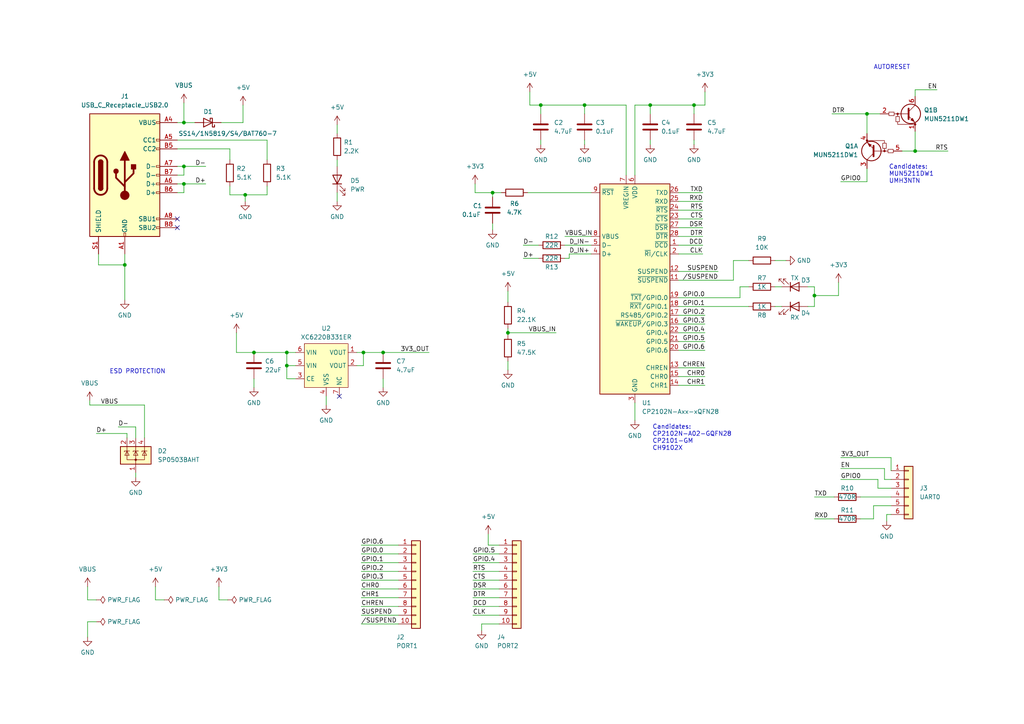
<source format=kicad_sch>
(kicad_sch (version 20250114) (generator "eeschema") (generator_version "9.0")
  (paper "A4")
  (title_block (title "USBtoUART") (date "23-07-2025") (rev "v1.0") (company "@paclema") (comment 1 "Pablo Clemente Maseda") (comment 2 "github.com/paclema/USBtoUART"))
  (lib_symbols
    (symbol "Connector:USB_C_Receptacle_USB2.0" (pin_names (offset 1.016))
      (property "Reference" "J" (at -10.16 19.05 0))
      (property "Value" "USB_C_Receptacle_USB2.0" (at 19.05 19.05 0))
      (symbol "USB_C_Receptacle_USB2.0_0_0"
        (rectangle (start -0.254 -17.78) (end 0.254 -16.764))
        (rectangle (start 10.16 15.494) (end 9.144 14.986))
        (rectangle (start 10.16 10.414) (end 9.144 9.906))
        (rectangle (start 10.16 7.874) (end 9.144 7.366))
        (rectangle (start 10.16 2.794) (end 9.144 2.286))
        (rectangle (start 10.16 0.254) (end 9.144 -0.254))
        (rectangle (start 10.16 -2.286) (end 9.144 -2.794))
        (rectangle (start 10.16 -4.826) (end 9.144 -5.334))
        (rectangle (start 10.16 -12.446) (end 9.144 -12.954))
        (rectangle (start 10.16 -14.986) (end 9.144 -15.494))
      )
      (symbol "USB_C_Receptacle_USB2.0_0_1"
        (rectangle (start -10.16 17.78) (end 10.16 -17.78) (stroke (width 0.254)) (fill (type background)))
        (polyline (pts (xy -8.89 -3.81) (xy -8.89 3.81)) (stroke (width 0.508)))
        (rectangle (start -7.62 -3.81) (end -6.35 3.81) (stroke (width 0.254)) (fill (type outline)))
        (arc (start -7.62 3.81) (mid -6.985 4.4422) (end -6.35 3.81) (stroke (width 0.254)))
        (arc (start -7.62 3.81) (mid -6.985 4.4422) (end -6.35 3.81) (stroke (width 0.254)) (fill (type outline)))
        (arc (start -8.89 3.81) (mid -6.985 5.7066) (end -5.08 3.81) (stroke (width 0.508)))
        (arc (start -5.08 -3.81) (mid -6.985 -5.7066) (end -8.89 -3.81) (stroke (width 0.508)))
        (arc (start -6.35 -3.81) (mid -6.985 -4.4422) (end -7.62 -3.81) (stroke (width 0.254)))
        (arc (start -6.35 -3.81) (mid -6.985 -4.4422) (end -7.62 -3.81) (stroke (width 0.254)) (fill (type outline)))
        (polyline (pts (xy -5.08 3.81) (xy -5.08 -3.81)) (stroke (width 0.508)))
        (circle (center -2.54 1.143) (radius 0.635) (stroke (width 0.254)) (fill (type outline)))
        (polyline (pts (xy -1.27 4.318) (xy 0 6.858) (xy 1.27 4.318) (xy -1.27 4.318)) (stroke (width 0.254)) (fill (type outline)))
        (polyline (pts (xy 0 -2.032) (xy 2.54 0.508) (xy 2.54 1.778)) (stroke (width 0.508)))
        (polyline (pts (xy 0 -3.302) (xy -2.54 -0.762) (xy -2.54 0.508)) (stroke (width 0.508)))
        (polyline (pts (xy 0 -5.842) (xy 0 4.318)) (stroke (width 0.508)))
        (circle (center 0 -5.842) (radius 1.27) (fill (type outline)))
        (rectangle (start 1.905 1.778) (end 3.175 3.048) (stroke (width 0.254)) (fill (type outline)))
      )
      (symbol "USB_C_Receptacle_USB2.0_1_1"
        (pin passive line (at -7.62 -22.86 90) (length 5.08) (name "SHIELD") (number "S1"))
        (pin passive line (at 0 -22.86 90) (length 5.08) (name "GND") (number "A1"))
        (pin passive line (at 0 -22.86 90) (length 5.08) (hide yes) (name "GND") (number "A12"))
        (pin passive line (at 0 -22.86 90) (length 5.08) (hide yes) (name "GND") (number "B1"))
        (pin passive line (at 0 -22.86 90) (length 5.08) (hide yes) (name "GND") (number "B12"))
        (pin passive line (at 15.24 15.24 180) (length 5.08) (name "VBUS") (number "A4"))
        (pin passive line (at 15.24 15.24 180) (length 5.08) (hide yes) (name "VBUS") (number "A9"))
        (pin passive line (at 15.24 15.24 180) (length 5.08) (hide yes) (name "VBUS") (number "B4"))
        (pin passive line (at 15.24 15.24 180) (length 5.08) (hide yes) (name "VBUS") (number "B9"))
        (pin bidirectional line (at 15.24 10.16 180) (length 5.08) (name "CC1") (number "A5"))
        (pin bidirectional line (at 15.24 7.62 180) (length 5.08) (name "CC2") (number "B5"))
        (pin bidirectional line (at 15.24 2.54 180) (length 5.08) (name "D-") (number "A7"))
        (pin bidirectional line (at 15.24 0 180) (length 5.08) (name "D-") (number "B7"))
        (pin bidirectional line (at 15.24 -2.54 180) (length 5.08) (name "D+") (number "A6"))
        (pin bidirectional line (at 15.24 -5.08 180) (length 5.08) (name "D+") (number "B6"))
        (pin bidirectional line (at 15.24 -12.7 180) (length 5.08) (name "SBU1") (number "A8"))
        (pin bidirectional line (at 15.24 -15.24 180) (length 5.08) (name "SBU2") (number "B8"))
      )
    )
    (symbol "Connector_Generic:Conn_01x06" (pin_names (offset 1.016) (hide yes))
      (property "Reference" "J" (at 0 7.62 0))
      (property "Value" "Conn_01x06" (at 0 -10.16 0))
      (symbol "Conn_01x06_1_1"
        (rectangle (start -1.27 6.35) (end 1.27 -8.89) (stroke (width 0.254)) (fill (type background)))
        (rectangle (start -1.27 5.207) (end 0 4.953) (stroke (width 0.1524)))
        (rectangle (start -1.27 2.667) (end 0 2.413) (stroke (width 0.1524)))
        (rectangle (start -1.27 0.127) (end 0 -0.127) (stroke (width 0.1524)))
        (rectangle (start -1.27 -2.413) (end 0 -2.667) (stroke (width 0.1524)))
        (rectangle (start -1.27 -4.953) (end 0 -5.207) (stroke (width 0.1524)))
        (rectangle (start -1.27 -7.493) (end 0 -7.747) (stroke (width 0.1524)))
        (pin passive line (at -5.08 5.08 0) (length 3.81) (name "Pin_1") (number "1"))
        (pin passive line (at -5.08 2.54 0) (length 3.81) (name "Pin_2") (number "2"))
        (pin passive line (at -5.08 0 0) (length 3.81) (name "Pin_3") (number "3"))
        (pin passive line (at -5.08 -2.54 0) (length 3.81) (name "Pin_4") (number "4"))
        (pin passive line (at -5.08 -5.08 0) (length 3.81) (name "Pin_5") (number "5"))
        (pin passive line (at -5.08 -7.62 0) (length 3.81) (name "Pin_6") (number "6"))
      )
    )
    (symbol "Connector_Generic:Conn_01x10" (pin_names (offset 1.016) (hide yes))
      (property "Reference" "J" (at 0 12.7 0))
      (property "Value" "Conn_01x10" (at 0 -15.24 0))
      (symbol "Conn_01x10_1_1"
        (rectangle (start -1.27 11.43) (end 1.27 -13.97) (stroke (width 0.254)) (fill (type background)))
        (rectangle (start -1.27 10.287) (end 0 10.033) (stroke (width 0.1524)))
        (rectangle (start -1.27 7.747) (end 0 7.493) (stroke (width 0.1524)))
        (rectangle (start -1.27 5.207) (end 0 4.953) (stroke (width 0.1524)))
        (rectangle (start -1.27 2.667) (end 0 2.413) (stroke (width 0.1524)))
        (rectangle (start -1.27 0.127) (end 0 -0.127) (stroke (width 0.1524)))
        (rectangle (start -1.27 -2.413) (end 0 -2.667) (stroke (width 0.1524)))
        (rectangle (start -1.27 -4.953) (end 0 -5.207) (stroke (width 0.1524)))
        (rectangle (start -1.27 -7.493) (end 0 -7.747) (stroke (width 0.1524)))
        (rectangle (start -1.27 -10.033) (end 0 -10.287) (stroke (width 0.1524)))
        (rectangle (start -1.27 -12.573) (end 0 -12.827) (stroke (width 0.1524)))
        (pin passive line (at -5.08 10.16 0) (length 3.81) (name "Pin_1") (number "1"))
        (pin passive line (at -5.08 7.62 0) (length 3.81) (name "Pin_2") (number "2"))
        (pin passive line (at -5.08 5.08 0) (length 3.81) (name "Pin_3") (number "3"))
        (pin passive line (at -5.08 2.54 0) (length 3.81) (name "Pin_4") (number "4"))
        (pin passive line (at -5.08 0 0) (length 3.81) (name "Pin_5") (number "5"))
        (pin passive line (at -5.08 -2.54 0) (length 3.81) (name "Pin_6") (number "6"))
        (pin passive line (at -5.08 -5.08 0) (length 3.81) (name "Pin_7") (number "7"))
        (pin passive line (at -5.08 -7.62 0) (length 3.81) (name "Pin_8") (number "8"))
        (pin passive line (at -5.08 -10.16 0) (length 3.81) (name "Pin_9") (number "9"))
        (pin passive line (at -5.08 -12.7 0) (length 3.81) (name "Pin_10") (number "10"))
      )
    )
    (symbol "Device:C" (pin_numbers (hide yes)) (pin_names (offset 0.254))
      (property "Reference" "C" (at 0.635 2.54 0))
      (property "Value" "C" (at 0.635 -2.54 0))
      (symbol "C_0_1"
        (polyline (pts (xy -2.032 0.762) (xy 2.032 0.762)) (stroke (width 0.508)))
        (polyline (pts (xy -2.032 -0.762) (xy 2.032 -0.762)) (stroke (width 0.508)))
      )
      (symbol "C_1_1"
        (pin passive line (at 0 3.81 270) (length 2.794) (name "~") (number "1"))
        (pin passive line (at 0 -3.81 90) (length 2.794) (name "~") (number "2"))
      )
    )
    (symbol "Device:LED" (pin_numbers (hide yes)) (pin_names (offset 1.016) (hide yes))
      (property "Reference" "D" (at 0 2.54 0))
      (property "Value" "LED" (at 0 -2.54 0))
      (symbol "LED_0_1"
        (polyline (pts (xy -3.048 -0.762) (xy -4.572 -2.286) (xy -3.81 -2.286) (xy -4.572 -2.286) (xy -4.572 -1.524)))
        (polyline (pts (xy -1.778 -0.762) (xy -3.302 -2.286) (xy -2.54 -2.286) (xy -3.302 -2.286) (xy -3.302 -1.524)))
        (polyline (pts (xy -1.27 0) (xy 1.27 0)))
        (polyline (pts (xy -1.27 -1.27) (xy -1.27 1.27)) (stroke (width 0.254)))
        (polyline (pts (xy 1.27 -1.27) (xy 1.27 1.27) (xy -1.27 0) (xy 1.27 -1.27)) (stroke (width 0.254)))
      )
      (symbol "LED_1_1"
        (pin passive line (at -3.81 0 0) (length 2.54) (name "K") (number "1"))
        (pin passive line (at 3.81 0 180) (length 2.54) (name "A") (number "2"))
      )
    )
    (symbol "Device:R" (pin_numbers (hide yes)) (pin_names (offset 0))
      (property "Reference" "R" (at 2.032 0 90))
      (property "Value" "R" (at 0 0 90))
      (symbol "R_0_1"
        (rectangle (start -1.016 -2.54) (end 1.016 2.54) (stroke (width 0.254)))
      )
      (symbol "R_1_1"
        (pin passive line (at 0 3.81 270) (length 1.27) (name "~") (number "1"))
        (pin passive line (at 0 -3.81 90) (length 1.27) (name "~") (number "2"))
      )
    )
    (symbol "Diode:1N5819" (pin_numbers (hide yes)) (pin_names (offset 1.016) (hide yes))
      (property "Reference" "D" (at 0 2.54 0))
      (property "Value" "1N5819" (at 0 -2.54 0))
      (symbol "1N5819_0_1"
        (polyline (pts (xy -1.905 0.635) (xy -1.905 1.27) (xy -1.27 1.27) (xy -1.27 -1.27) (xy -0.635 -1.27) (xy -0.635 -0.635)) (stroke (width 0.254)))
        (polyline (pts (xy 1.27 1.27) (xy 1.27 -1.27) (xy -1.27 0) (xy 1.27 1.27)) (stroke (width 0.254)))
        (polyline (pts (xy 1.27 0) (xy -1.27 0)))
      )
      (symbol "1N5819_1_1"
        (pin passive line (at -3.81 0 0) (length 2.54) (name "K") (number "1"))
        (pin passive line (at 3.81 0 180) (length 2.54) (name "A") (number "2"))
      )
    )
    (symbol "Interface_USB:CP2102N-Axx-xQFN28"
      (property "Reference" "U" (at -8.89 31.75 0))
      (property "Value" "CP2102N-Axx-xQFN28" (at 12.7 31.75 0))
      (symbol "CP2102N-Axx-xQFN28_0_1"
        (rectangle (start -10.16 30.48) (end 10.16 -30.48) (stroke (width 0.254)) (fill (type background)))
      )
      (symbol "CP2102N-Axx-xQFN28_1_1"
        (pin input line (at -12.7 27.94 0) (length 2.54) (name "~{RST}") (number "9"))
        (pin input line (at -12.7 15.24 0) (length 2.54) (name "VBUS") (number "8"))
        (pin bidirectional line (at -12.7 12.7 0) (length 2.54) (name "D-") (number "5"))
        (pin bidirectional line (at -12.7 10.16 0) (length 2.54) (name "D+") (number "4"))
        (pin no_connect line (at -10.16 -27.94 0) (length 2.54) (hide yes) (name "NC") (number "10"))
        (pin power_in line (at -2.54 33.02 270) (length 2.54) (name "VREGIN") (number "7"))
        (pin power_in line (at 0 33.02 270) (length 2.54) (name "VDD") (number "6"))
        (pin passive line (at 0 -33.02 90) (length 2.54) (hide yes) (name "GND") (number "29"))
        (pin power_in line (at 0 -33.02 90) (length 2.54) (name "GND") (number "3"))
        (pin output line (at 12.7 27.94 180) (length 2.54) (name "TXD") (number "26"))
        (pin input line (at 12.7 25.4 180) (length 2.54) (name "RXD") (number "25"))
        (pin output line (at 12.7 22.86 180) (length 2.54) (name "~{RTS}") (number "24"))
        (pin input line (at 12.7 20.32 180) (length 2.54) (name "~{CTS}") (number "23"))
        (pin input line (at 12.7 17.78 180) (length 2.54) (name "~{DSR}") (number "27"))
        (pin output line (at 12.7 15.24 180) (length 2.54) (name "~{DTR}") (number "28"))
        (pin input line (at 12.7 12.7 180) (length 2.54) (name "~{DCD}") (number "1"))
        (pin bidirectional line (at 12.7 10.16 180) (length 2.54) (name "~{RI}/CLK") (number "2"))
        (pin output line (at 12.7 5.08 180) (length 2.54) (name "SUSPEND") (number "12"))
        (pin output line (at 12.7 2.54 180) (length 2.54) (name "~{SUSPEND}") (number "11"))
        (pin bidirectional line (at 12.7 -2.54 180) (length 2.54) (name "~{TXT}/GPIO.0") (number "19"))
        (pin bidirectional line (at 12.7 -5.08 180) (length 2.54) (name "~{RXT}/GPIO.1") (number "18"))
        (pin bidirectional line (at 12.7 -7.62 180) (length 2.54) (name "RS485/GPIO.2") (number "17"))
        (pin bidirectional line (at 12.7 -10.16 180) (length 2.54) (name "~{WAKEUP}/GPIO.3") (number "16"))
        (pin bidirectional line (at 12.7 -12.7 180) (length 2.54) (name "GPIO.4") (number "22"))
        (pin bidirectional line (at 12.7 -15.24 180) (length 2.54) (name "GPIO.5") (number "21"))
        (pin bidirectional line (at 12.7 -17.78 180) (length 2.54) (name "GPIO.6") (number "20"))
        (pin output line (at 12.7 -22.86 180) (length 2.54) (name "CHREN") (number "13"))
        (pin output line (at 12.7 -25.4 180) (length 2.54) (name "CHR0") (number "15"))
        (pin output line (at 12.7 -27.94 180) (length 2.54) (name "CHR1") (number "14"))
      )
    )
    (symbol "Power_Protection:SP0503BAHT" (pin_names (hide yes))
      (property "Reference" "D" (at 5.715 2.54 0))
      (property "Value" "SP0503BAHT" (at 5.715 0.635 0))
      (symbol "SP0503BAHT_0_0"
        (pin passive line (at 0 -5.08 90) (length 2.54) (name "A") (number "1"))
      )
      (symbol "SP0503BAHT_0_1"
        (rectangle (start -4.445 2.54) (end 4.445 -2.54) (stroke (width 0.254)) (fill (type background)))
        (polyline (pts (xy -3.302 1.016) (xy -3.302 1.27) (xy -1.905 1.27) (xy -1.778 1.27)))
        (polyline (pts (xy -2.54 2.54) (xy -2.54 1.27)))
        (polyline (pts (xy -2.54 1.27) (xy -2.54 -1.27) (xy 2.54 -1.27) (xy 2.54 1.27)))
        (polyline (pts (xy -2.54 1.27) (xy -1.905 0) (xy -3.175 0) (xy -2.54 1.27)))
        (polyline (pts (xy 0 2.54) (xy 0 1.27)))
        (polyline (pts (xy 0 -1.27) (xy 0 1.27)))
        (polyline (pts (xy 0 -1.27) (xy 0 -2.54)))
        (circle (center 0 -1.27) (radius 0.254) (fill (type outline)))
        (polyline (pts (xy 0.635 1.27) (xy 0.762 1.27)))
        (polyline (pts (xy 0.635 1.27) (xy -0.762 1.27) (xy -0.762 1.016)))
        (polyline (pts (xy 0.635 0) (xy -0.635 0) (xy 0 1.27) (xy 0.635 0)))
        (polyline (pts (xy 1.778 1.016) (xy 1.778 1.27) (xy 3.175 1.27) (xy 3.302 1.27)))
        (polyline (pts (xy 2.54 2.54) (xy 2.54 1.27)))
        (polyline (pts (xy 2.54 1.27) (xy 1.905 0) (xy 3.175 0) (xy 2.54 1.27)))
      )
      (symbol "SP0503BAHT_1_1"
        (pin passive line (at -2.54 5.08 270) (length 2.54) (name "K") (number "2"))
        (pin passive line (at 0 5.08 270) (length 2.54) (name "K") (number "3"))
        (pin passive line (at 2.54 5.08 270) (length 2.54) (name "K") (number "4"))
      )
    )
    (symbol "Transistor_BJT:MUN5211DW1" (pin_names (hide yes))
      (property "Reference" "Q" (at 3.81 1.27 0))
      (property "Value" "MUN5211DW1" (at 3.81 -1.27 0))
      (symbol "MUN5211DW1_0_1"
        (rectangle (start -6.35 0.508) (end -4.826 -0.508))
        (rectangle (start -4.318 -2.286) (end -3.302 -0.762))
        (circle (center -3.81 0) (radius 0.254) (fill (type outline)))
        (polyline (pts (xy -3.81 -0.762) (xy -3.81 0)))
        (polyline (pts (xy -3.81 -2.286) (xy -3.81 -3.048) (xy 1.27 -3.048)))
        (polyline (pts (xy -0.762 0) (xy -4.826 0)))
        (polyline (pts (xy -0.635 1.524) (xy -0.635 -1.524)) (stroke (width 0.508)))
        (circle (center 1.27 -3.048) (radius 0.254) (fill (type outline)))
      )
      (symbol "MUN5211DW1_1_1"
        (polyline (pts (xy -0.635 0.635) (xy 1.27 2.54)))
        (polyline (pts (xy -0.635 -0.635) (xy 1.27 -2.54) (xy 1.27 -2.54)))
        (circle (center 0 0) (radius 2.8194) (stroke (width 0.254)))
        (polyline (pts (xy 0 -1.778) (xy 0.508 -1.27) (xy 1.016 -2.286) (xy 0 -1.778) (xy 0 -1.778)) (fill (type outline)))
        (pin input line (at -8.89 0 0) (length 2.54) (name "B1") (number "5"))
        (pin passive line (at 1.27 5.08 270) (length 2.54) (name "C1") (number "3"))
        (pin passive line (at 1.27 -5.08 90) (length 2.54) (name "E1") (number "4"))
      )
      (symbol "MUN5211DW1_2_1"
        (polyline (pts (xy -0.635 0.635) (xy 1.27 2.54)))
        (polyline (pts (xy -0.635 -0.635) (xy 1.27 -2.54) (xy 1.27 -2.54)))
        (circle (center 0 0) (radius 2.8194) (stroke (width 0.254)))
        (polyline (pts (xy 0 -1.778) (xy 0.508 -1.27) (xy 1.016 -2.286) (xy 0 -1.778) (xy 0 -1.778)) (fill (type outline)))
        (pin input line (at -8.89 0 0) (length 2.54) (name "B2") (number "2"))
        (pin passive line (at 1.27 5.08 270) (length 2.54) (name "C2") (number "6"))
        (pin passive line (at 1.27 -5.08 90) (length 2.54) (name "E2") (number "1"))
      )
    )
    (symbol "USBtoUART:XC6220B331ER"
      (property "Reference" "U2" (at 0 10.795 0))
      (property "Value" "XC6220B331ER" (at 0 8.255 0))
      (symbol "XC6220B331ER_0_1"
        (rectangle (start -6.35 6.35) (end 6.35 -6.35) (fill (type background)))
      )
      (symbol "XC6220B331ER_1_1"
        (pin power_in line (at -8.89 3.81 0) (length 2.54) (name "VIN") (number "6"))
        (pin power_in line (at -8.89 0 0) (length 2.54) (name "VIN") (number "5"))
        (pin input line (at -8.89 -3.81 0) (length 2.54) (name "CE") (number "3"))
        (pin power_in line (at 0 -8.89 90) (length 2.54) (name "VSS") (number "4"))
        (pin passive line (at 3.81 -8.89 90) (length 2.54) (name "NC") (number "7"))
        (pin power_out line (at 8.89 3.81 180) (length 2.54) (name "VOUT") (number "1"))
        (pin passive line (at 8.89 0 180) (length 2.54) (name "VOUT") (number "2"))
      )
    )
    (symbol "power:+3.3V" (power) (pin_names (offset 0))
      (property "Value" "+3.3V" (at 0 3.556 0))
      (symbol "+3.3V_0_1"
        (polyline (pts (xy -0.762 1.27) (xy 0 2.54)))
        (polyline (pts (xy 0 2.54) (xy 0.762 1.27)))
        (polyline (pts (xy 0 0) (xy 0 2.54)))
      )
      (symbol "+3.3V_1_1"
        (pin power_in line (at 0 0 90) (length 0) (hide yes) (name "+3V3") (number "1"))
      )
    )
    (symbol "power:+5V" (power) (pin_names (offset 0))
      (property "Value" "+5V" (at 0 3.556 0))
      (symbol "+5V_0_1"
        (polyline (pts (xy -0.762 1.27) (xy 0 2.54)))
        (polyline (pts (xy 0 2.54) (xy 0.762 1.27)))
        (polyline (pts (xy 0 0) (xy 0 2.54)))
      )
      (symbol "+5V_1_1"
        (pin power_in line (at 0 0 90) (length 0) (hide yes) (name "+5V") (number "1"))
      )
    )
    (symbol "power:GND" (power) (pin_names (offset 0))
      (property "Value" "GND" (at 0 -3.81 0))
      (symbol "GND_0_1"
        (polyline (pts (xy 0 0) (xy 0 -1.27) (xy 1.27 -1.27) (xy 0 -2.54) (xy -1.27 -1.27) (xy 0 -1.27)))
      )
      (symbol "GND_1_1"
        (pin power_in line (at 0 0 270) (length 0) (hide yes) (name "GND") (number "1"))
      )
    )
    (symbol "power:PWR_FLAG" (power) (pin_numbers (hide yes)) (pin_names (offset 0) (hide yes))
      (property "Value" "PWR_FLAG" (at 0 3.81 0))
      (symbol "PWR_FLAG_0_0"
        (pin power_out line (at 0 0 90) (length 0) (name "pwr") (number "1"))
      )
      (symbol "PWR_FLAG_0_1"
        (polyline (pts (xy 0 0) (xy 0 1.27) (xy -1.016 1.905) (xy 0 2.54) (xy 1.016 1.905) (xy 0 1.27)))
      )
    )
    (symbol "power:VBUS" (power) (pin_names (offset 0))
      (property "Value" "VBUS" (at 0 3.81 0))
      (symbol "VBUS_0_1"
        (polyline (pts (xy -0.762 1.27) (xy 0 2.54)))
        (polyline (pts (xy 0 2.54) (xy 0.762 1.27)))
        (polyline (pts (xy 0 0) (xy 0 2.54)))
      )
      (symbol "VBUS_1_1"
        (pin power_in line (at 0 0 90) (length 0) (hide yes) (name "VBUS") (number "1"))
      )
    )
  )
  (text "Candidates:\nMUN5211DW1\nUMH3NTN\n" (at 257.81 53.34 0) (effects (font (size 1.27 1.27)) (justify left bottom)))
  (text "Candidates:\nCP2102N-A02-GQFN28\nCP2101-GM\nCH9102X" (at 189.23 130.81 0) (effects (font (size 1.27 1.27)) (justify left bottom)))
  (text "AUTORESET" (at 253.365 20.32 0) (effects (font (size 1.27 1.27)) (justify left bottom)))
  (text "ESD PROTECTION" (at 31.75 108.585 0) (effects (font (size 1.27 1.27)) (justify left bottom)))
  (junction (at 53.34 35.56))
  (junction (at 73.66 102.235))
  (junction (at 251.46 33.02))
  (junction (at 156.845 30.48))
  (junction (at 201.295 30.48))
  (junction (at 83.185 102.235))
  (junction (at 265.43 43.815))
  (junction (at 142.875 55.88))
  (junction (at 105.41 102.235))
  (junction (at 236.22 85.725))
  (junction (at 111.125 102.235))
  (junction (at 71.12 56.515))
  (junction (at 147.32 96.52))
  (junction (at 53.34 48.26))
  (junction (at 188.595 30.48))
  (junction (at 83.185 106.045))
  (junction (at 169.545 30.48))
  (junction (at 53.34 53.34))
  (junction (at 36.195 76.835))
  (no_connect (at 51.435 66.04))
  (no_connect (at 51.435 63.5))
  (no_connect (at 98.425 114.935))
  (wire (pts (xy 257.175 149.225) (xy 257.175 151.13)))
  (wire (pts (xy 66.675 56.515) (xy 71.12 56.515)))
  (wire (pts (xy 104.775 175.895) (xy 115.57 175.895)))
  (wire (pts (xy 236.22 144.145) (xy 241.935 144.145)))
  (wire (pts (xy 26.035 117.475) (xy 41.91 117.475)))
  (wire (pts (xy 83.185 106.045) (xy 83.185 102.235)))
  (wire (pts (xy 85.725 109.855) (xy 83.185 109.855)))
  (wire (pts (xy 104.775 165.735) (xy 115.57 165.735)))
  (wire (pts (xy 53.34 29.845) (xy 53.34 35.56)))
  (wire (pts (xy 51.435 40.64) (xy 77.47 40.64)))
  (wire (pts (xy 265.43 27.94) (xy 265.43 26.035)))
  (wire (pts (xy 265.43 38.1) (xy 265.43 43.815)))
  (wire (pts (xy 156.845 30.48) (xy 169.545 30.48)))
  (wire (pts (xy 104.775 158.115) (xy 115.57 158.115)))
  (wire (pts (xy 137.16 165.735) (xy 144.78 165.735)))
  (wire (pts (xy 196.85 111.76) (xy 204.47 111.76)))
  (wire (pts (xy 53.34 55.88) (xy 53.34 53.34)))
  (wire (pts (xy 36.195 73.66) (xy 36.195 76.835)))
  (wire (pts (xy 196.85 58.42) (xy 203.835 58.42)))
  (wire (pts (xy 137.795 53.34) (xy 137.795 55.88)))
  (wire (pts (xy 139.7 180.975) (xy 139.7 182.88)))
  (wire (pts (xy 71.12 56.515) (xy 77.47 56.515)))
  (wire (pts (xy 169.545 30.48) (xy 181.61 30.48)))
  (wire (pts (xy 253.365 146.685) (xy 253.365 150.495)))
  (wire (pts (xy 63.5 173.99) (xy 63.5 170.18)))
  (wire (pts (xy 27.94 173.99) (xy 25.4 173.99)))
  (wire (pts (xy 77.47 53.975) (xy 77.47 56.515)))
  (wire (pts (xy 142.875 55.88) (xy 145.415 55.88)))
  (wire (pts (xy 137.16 178.435) (xy 144.78 178.435)))
  (wire (pts (xy 196.85 101.6) (xy 204.47 101.6)))
  (wire (pts (xy 105.41 102.235) (xy 111.125 102.235)))
  (wire (pts (xy 208.28 78.74) (xy 196.85 78.74)))
  (wire (pts (xy 251.46 33.02) (xy 255.27 33.02)))
  (wire (pts (xy 201.295 30.48) (xy 201.295 33.02)))
  (wire (pts (xy 153.67 30.48) (xy 156.845 30.48)))
  (wire (pts (xy 151.765 71.12) (xy 156.21 71.12)))
  (wire (pts (xy 47.625 173.99) (xy 45.085 173.99)))
  (wire (pts (xy 97.79 46.355) (xy 97.79 48.26)))
  (wire (pts (xy 196.85 93.98) (xy 204.47 93.98)))
  (wire (pts (xy 224.79 83.185) (xy 226.695 83.185)))
  (wire (pts (xy 236.22 88.9) (xy 236.22 85.725)))
  (wire (pts (xy 83.185 109.855) (xy 83.185 106.045)))
  (wire (pts (xy 73.66 102.235) (xy 83.185 102.235)))
  (wire (pts (xy 51.435 55.88) (xy 53.34 55.88)))
  (wire (pts (xy 104.775 178.435) (xy 115.57 178.435)))
  (wire (pts (xy 251.46 33.02) (xy 251.46 38.735)))
  (wire (pts (xy 204.47 26.67) (xy 204.47 30.48)))
  (wire (pts (xy 97.79 36.195) (xy 97.79 38.735)))
  (wire (pts (xy 104.775 173.355) (xy 115.57 173.355)))
  (wire (pts (xy 147.32 96.52) (xy 161.29 96.52)))
  (wire (pts (xy 39.37 123.825) (xy 39.37 127)))
  (wire (pts (xy 73.66 102.235) (xy 68.58 102.235)))
  (wire (pts (xy 153.67 26.67) (xy 153.67 30.48)))
  (wire (pts (xy 181.61 50.8) (xy 181.61 30.48)))
  (wire (pts (xy 147.32 104.775) (xy 147.32 107.315)))
  (wire (pts (xy 256.54 139.065) (xy 258.445 139.065)))
  (wire (pts (xy 66.675 53.975) (xy 66.675 56.515)))
  (wire (pts (xy 249.555 144.145) (xy 258.445 144.145)))
  (wire (pts (xy 184.15 116.84) (xy 184.15 121.92)))
  (wire (pts (xy 171.45 68.58) (xy 163.83 68.58)))
  (wire (pts (xy 51.435 53.34) (xy 53.34 53.34)))
  (wire (pts (xy 153.035 55.88) (xy 171.45 55.88)))
  (wire (pts (xy 51.435 43.18) (xy 66.675 43.18)))
  (wire (pts (xy 141.605 158.115) (xy 141.605 154.94)))
  (wire (pts (xy 243.84 132.715) (xy 258.445 132.715)))
  (wire (pts (xy 45.085 173.99) (xy 45.085 170.18)))
  (wire (pts (xy 196.85 55.88) (xy 203.835 55.88)))
  (wire (pts (xy 104.775 180.975) (xy 115.57 180.975)))
  (wire (pts (xy 70.485 30.48) (xy 70.485 35.56)))
  (wire (pts (xy 236.22 83.185) (xy 236.22 85.725)))
  (wire (pts (xy 234.315 83.185) (xy 236.22 83.185)))
  (wire (pts (xy 165.1 74.93) (xy 163.83 74.93)))
  (wire (pts (xy 137.16 168.275) (xy 144.78 168.275)))
  (wire (pts (xy 51.435 35.56) (xy 53.34 35.56)))
  (wire (pts (xy 83.185 102.235) (xy 85.725 102.235)))
  (wire (pts (xy 28.575 76.835) (xy 36.195 76.835)))
  (wire (pts (xy 196.85 63.5) (xy 203.835 63.5)))
  (wire (pts (xy 214.63 86.36) (xy 214.63 83.185)))
  (wire (pts (xy 253.365 150.495) (xy 249.555 150.495)))
  (wire (pts (xy 214.63 83.185) (xy 217.17 83.185)))
  (wire (pts (xy 265.43 43.815) (xy 274.955 43.815)))
  (wire (pts (xy 212.725 75.565) (xy 217.17 75.565)))
  (wire (pts (xy 212.725 81.28) (xy 196.85 81.28)))
  (wire (pts (xy 36.83 125.73) (xy 36.83 127)))
  (wire (pts (xy 188.595 33.02) (xy 188.595 30.48)))
  (wire (pts (xy 201.295 30.48) (xy 204.47 30.48)))
  (wire (pts (xy 53.34 48.26) (xy 59.69 48.26)))
  (wire (pts (xy 196.85 106.68) (xy 204.47 106.68)))
  (wire (pts (xy 51.435 50.8) (xy 53.34 50.8)))
  (wire (pts (xy 142.875 55.88) (xy 142.875 57.15)))
  (wire (pts (xy 196.85 109.22) (xy 204.47 109.22)))
  (wire (pts (xy 258.445 146.685) (xy 253.365 146.685)))
  (wire (pts (xy 137.16 175.895) (xy 144.78 175.895)))
  (wire (pts (xy 196.85 91.44) (xy 204.47 91.44)))
  (wire (pts (xy 85.725 106.045) (xy 83.185 106.045)))
  (wire (pts (xy 71.12 56.515) (xy 71.12 58.42)))
  (wire (pts (xy 243.205 81.915) (xy 243.205 85.725)))
  (wire (pts (xy 53.34 53.34) (xy 59.69 53.34)))
  (wire (pts (xy 243.84 139.065) (xy 254.635 139.065)))
  (wire (pts (xy 144.78 180.975) (xy 139.7 180.975)))
  (wire (pts (xy 147.32 84.455) (xy 147.32 87.63)))
  (wire (pts (xy 254.635 141.605) (xy 254.635 139.065)))
  (wire (pts (xy 103.505 106.045) (xy 105.41 106.045)))
  (wire (pts (xy 27.94 180.34) (xy 25.4 180.34)))
  (wire (pts (xy 163.83 71.12) (xy 171.45 71.12)))
  (wire (pts (xy 243.84 135.89) (xy 256.54 135.89)))
  (wire (pts (xy 103.505 102.235) (xy 105.41 102.235)))
  (wire (pts (xy 188.595 40.64) (xy 188.595 41.91)))
  (wire (pts (xy 115.57 168.275) (xy 104.775 168.275)))
  (wire (pts (xy 241.3 33.02) (xy 251.46 33.02)))
  (wire (pts (xy 243.84 52.705) (xy 251.46 52.705)))
  (wire (pts (xy 142.875 64.77) (xy 142.875 66.675)))
  (wire (pts (xy 196.85 60.96) (xy 203.835 60.96)))
  (wire (pts (xy 53.34 50.8) (xy 53.34 48.26)))
  (wire (pts (xy 212.725 75.565) (xy 212.725 81.28)))
  (wire (pts (xy 105.41 106.045) (xy 105.41 102.235)))
  (wire (pts (xy 25.4 173.99) (xy 25.4 170.18)))
  (wire (pts (xy 64.135 35.56) (xy 70.485 35.56)))
  (wire (pts (xy 156.845 40.64) (xy 156.845 41.91)))
  (wire (pts (xy 258.445 141.605) (xy 254.635 141.605)))
  (wire (pts (xy 196.85 68.58) (xy 203.835 68.58)))
  (wire (pts (xy 144.78 163.195) (xy 137.16 163.195)))
  (wire (pts (xy 171.45 73.66) (xy 165.1 73.66)))
  (wire (pts (xy 36.195 76.835) (xy 36.195 86.995)))
  (wire (pts (xy 234.315 88.9) (xy 236.22 88.9)))
  (wire (pts (xy 169.545 30.48) (xy 169.545 33.02)))
  (wire (pts (xy 137.16 170.815) (xy 144.78 170.815)))
  (wire (pts (xy 27.94 125.73) (xy 36.83 125.73)))
  (wire (pts (xy 224.79 88.9) (xy 226.695 88.9)))
  (wire (pts (xy 169.545 40.64) (xy 169.545 41.91)))
  (wire (pts (xy 257.175 149.225) (xy 258.445 149.225)))
  (wire (pts (xy 25.4 180.34) (xy 25.4 184.785)))
  (wire (pts (xy 147.32 95.25) (xy 147.32 96.52)))
  (wire (pts (xy 77.47 40.64) (xy 77.47 46.355)))
  (wire (pts (xy 236.22 85.725) (xy 243.205 85.725)))
  (wire (pts (xy 196.85 71.12) (xy 203.835 71.12)))
  (wire (pts (xy 73.66 109.855) (xy 73.66 112.395)))
  (wire (pts (xy 144.78 158.115) (xy 141.605 158.115)))
  (wire (pts (xy 28.575 73.66) (xy 28.575 76.835)))
  (wire (pts (xy 265.43 26.035) (xy 271.78 26.035)))
  (wire (pts (xy 68.58 96.52) (xy 68.58 102.235)))
  (wire (pts (xy 51.435 48.26) (xy 53.34 48.26)))
  (wire (pts (xy 156.845 33.02) (xy 156.845 30.48)))
  (wire (pts (xy 144.78 160.655) (xy 137.16 160.655)))
  (wire (pts (xy 34.29 123.825) (xy 39.37 123.825)))
  (wire (pts (xy 256.54 139.065) (xy 256.54 135.89)))
  (wire (pts (xy 66.675 43.18) (xy 66.675 46.355)))
  (wire (pts (xy 196.85 86.36) (xy 214.63 86.36)))
  (wire (pts (xy 151.765 74.93) (xy 156.21 74.93)))
  (wire (pts (xy 97.79 55.88) (xy 97.79 58.42)))
  (wire (pts (xy 251.46 48.895) (xy 251.46 52.705)))
  (wire (pts (xy 201.295 30.48) (xy 188.595 30.48)))
  (wire (pts (xy 26.035 116.205) (xy 26.035 117.475)))
  (wire (pts (xy 184.15 30.48) (xy 184.15 50.8)))
  (wire (pts (xy 66.04 173.99) (xy 63.5 173.99)))
  (wire (pts (xy 111.125 102.235) (xy 124.46 102.235)))
  (wire (pts (xy 196.85 99.06) (xy 204.47 99.06)))
  (wire (pts (xy 165.1 73.66) (xy 165.1 74.93)))
  (wire (pts (xy 104.775 160.655) (xy 115.57 160.655)))
  (wire (pts (xy 196.85 88.9) (xy 217.17 88.9)))
  (wire (pts (xy 104.775 163.195) (xy 115.57 163.195)))
  (wire (pts (xy 188.595 30.48) (xy 184.15 30.48)))
  (wire (pts (xy 104.775 170.815) (xy 115.57 170.815)))
  (wire (pts (xy 196.85 96.52) (xy 204.47 96.52)))
  (wire (pts (xy 265.43 43.815) (xy 261.62 43.815)))
  (wire (pts (xy 196.85 73.66) (xy 203.835 73.66)))
  (wire (pts (xy 111.125 109.855) (xy 111.125 112.395)))
  (wire (pts (xy 196.85 66.04) (xy 203.835 66.04)))
  (wire (pts (xy 258.445 132.715) (xy 258.445 136.525)))
  (wire (pts (xy 137.16 173.355) (xy 144.78 173.355)))
  (wire (pts (xy 39.37 137.16) (xy 39.37 138.43)))
  (wire (pts (xy 94.615 114.935) (xy 94.615 117.475)))
  (wire (pts (xy 53.34 35.56) (xy 56.515 35.56)))
  (wire (pts (xy 236.22 150.495) (xy 241.935 150.495)))
  (wire (pts (xy 201.295 40.64) (xy 201.295 41.91)))
  (wire (pts (xy 41.91 127) (xy 41.91 117.475)))
  (wire (pts (xy 224.79 75.565) (xy 227.965 75.565)))
  (wire (pts (xy 137.795 55.88) (xy 142.875 55.88)))
  (wire (pts (xy 147.32 96.52) (xy 147.32 97.155)))
  (label "D+" (at 151.765 74.93 0))
  (label "3V3_OUT" (at 243.84 132.715 0))
  (label "SUSPEND" (at 208.28 78.74 180))
  (label "GPIO.1" (at 104.775 163.195 0))
  (label "D-" (at 59.69 48.26 180))
  (label "VBUS_IN" (at 163.83 68.58 0))
  (label "DTR" (at 241.3 33.02 0))
  (label "GPIO.4" (at 137.16 163.195 0))
  (label "{slash}SUSPEND" (at 208.28 81.28 180))
  (label "CHR1" (at 104.775 173.355 0))
  (label "DTR" (at 137.16 173.355 0))
  (label "TXD" (at 203.835 55.88 180))
  (label "GPIO.2" (at 204.47 91.44 180))
  (label "GPIO0" (at 243.84 139.065 0))
  (label "GPIO.4" (at 204.47 96.52 180))
  (label "GPIO.0" (at 204.47 86.36 180))
  (label "RTS" (at 137.16 165.735 0))
  (label "CLK" (at 137.16 178.435 0))
  (label "{slash}SUSPEND" (at 104.775 180.975 0))
  (label "D+" (at 59.69 53.34 180))
  (label "D-" (at 34.29 123.825 0))
  (label "CHR1" (at 204.47 111.76 180))
  (label "RXD" (at 236.22 150.495 0))
  (label "DCD" (at 203.835 71.12 180))
  (label "GPIO.3" (at 204.47 93.98 180))
  (label "EN" (at 271.78 26.035 180))
  (label "DSR" (at 137.16 170.815 0))
  (label "DTR" (at 203.835 68.58 180))
  (label "TXD" (at 236.22 144.145 0))
  (label "D_IN-" (at 165.1 71.12 0))
  (label "CTS" (at 203.835 63.5 180))
  (label "CHR0" (at 104.775 170.815 0))
  (label "GPIO0" (at 243.84 52.705 0))
  (label "EN" (at 243.84 135.89 0))
  (label "CHREN" (at 204.47 106.68 180))
  (label "GPIO.5" (at 137.16 160.655 0))
  (label "CHREN" (at 104.775 175.895 0))
  (label "RTS" (at 203.835 60.96 180))
  (label "DSR" (at 203.835 66.04 180))
  (label "VBUS_IN" (at 161.29 96.52 180))
  (label "GPIO.6" (at 204.47 101.6 180))
  (label "CTS" (at 137.16 168.275 0))
  (label "GPIO.0" (at 104.775 160.655 0))
  (label "3V3_OUT" (at 124.46 102.235 180))
  (label "D+" (at 27.94 125.73 0))
  (label "GPIO.3" (at 104.775 168.275 0))
  (label "D-" (at 151.765 71.12 0))
  (label "CHR0" (at 204.47 109.22 180))
  (label "VBUS" (at 29.21 117.475 0))
  (label "CLK" (at 203.835 73.66 180))
  (label "GPIO.6" (at 104.775 158.115 0))
  (label "RXD" (at 203.835 58.42 180))
  (label "GPIO.1" (at 204.47 88.9 180))
  (label "RTS" (at 274.955 43.815 180))
  (label "DCD" (at 137.16 175.895 0))
  (label "D_IN+" (at 165.1 73.66 0))
  (label "GPIO.2" (at 104.775 165.735 0))
  (label "SUSPEND" (at 104.775 178.435 0))
  (label "GPIO.5" (at 204.47 99.06 180))
  (symbol (lib_id "Device:C") (at 169.545 36.83 0) (unit 1)
    (property "Reference" "C3" (at 172.72 35.5599 0) (effects (justify left)))
    (property "Value" "0.1uF" (at 172.72 38.0999 0) (effects (justify left)))
    (property "Footprint" "Capacitor_SMD:C_0805_2012Metric" (effects (hide yes)))
    (property "Mouser PN" "C0805C104K5RAC7411" (effects (hide yes)))
  )
  (symbol (lib_id "Device:R") (at 245.745 144.145 90) (unit 1)
    (property "Reference" "R10" (at 245.745 141.605 90))
    (property "Value" "470R" (at 245.745 144.145 90))
    (property "Footprint" "Resistor_SMD:R_0805_2012Metric" (effects (hide yes)))
    (property "Mouser PN" "AC0805FR-07470RL" (effects (hide yes)))
  )
  (symbol (lib_id "Interface_USB:CP2102N-Axx-xQFN28") (at 184.15 83.82 0) (unit 1)
    (property "Reference" "U1" (at 186.1694 116.84 0) (effects (justify left)))
    (property "Value" "CP2102N-Axx-xQFN28" (at 186.1694 119.38 0) (effects (justify left)))
    (property "Footprint" "Package_DFN_QFN:QFN-28-1EP_5x5mm_P0.5mm_EP3.35x3.35mm_ThermalVias" (effects (hide yes)))
    (property "Datasheet" "https://www.silabs.com/documents/public/data-sheets/cp2102n-datasheet.pdf" (effects (hide yes)))
    (property "Mouser PN" "CP2102N-A02-GQFN28" (effects (hide yes)))
    (property "Mouser PN2" "CP2101-GM" (effects (hide yes)))
  )
  (symbol (lib_id "power:GND") (at 71.12 58.42 0) (unit 1)
    (property "Reference" "#PWR0101" (effects (hide yes)))
    (property "Value" "GND" (at 71.12 62.865 0))
  )
  (symbol (lib_id "Device:C") (at 111.125 106.045 0) (unit 1)
    (property "Reference" "C7" (at 114.935 104.7749 0) (effects (justify left)))
    (property "Value" "4.7uF" (at 114.935 107.3149 0) (effects (justify left)))
    (property "Footprint" "Capacitor_SMD:C_0805_2012Metric" (effects (hide yes)))
    (property "Mouser PN" "GRM21BR71C475KE51L" (effects (hide yes)))
  )
  (symbol (lib_id "Device:R") (at 220.98 88.9 270) (mirror x) (unit 1)
    (property "Reference" "R8" (at 220.98 91.44 90))
    (property "Value" "1K" (at 220.98 88.9 90))
    (property "Footprint" "Resistor_SMD:R_0805_2012Metric" (effects (hide yes)))
    (property "Mouser PN" "AC0805FR-071KL" (effects (hide yes)))
  )
  (symbol (lib_id "power:GND") (at 201.295 41.91 0) (unit 1)
    (property "Reference" "#PWR012" (effects (hide yes)))
    (property "Value" "GND" (at 201.295 46.355 0))
  )
  (symbol (lib_id "power:GND") (at 156.845 41.91 0) (unit 1)
    (property "Reference" "#PWR08" (effects (hide yes)))
    (property "Value" "GND" (at 156.845 46.355 0))
  )
  (symbol (lib_id "Connector_Generic:Conn_01x10") (at 120.65 168.275 0) (unit 1)
    (property "Reference" "J2" (at 114.935 184.785 0) (effects (justify left)))
    (property "Value" "PORT1" (at 114.935 187.325 0) (effects (justify left)))
    (property "Footprint" "Connector_PinHeader_2.54mm:PinHeader_1x10_P2.54mm_Vertical" (effects (hide yes)))
  )
  (symbol (lib_id "power:PWR_FLAG") (at 66.04 173.99 270) (unit 1)
    (property "Reference" "#FLG04" (effects (hide yes)))
    (property "Value" "PWR_FLAG" (at 69.215 173.9899 90) (effects (justify left)))
  )
  (symbol (lib_id "power:GND") (at 94.615 117.475 0) (unit 1)
    (property "Reference" "#PWR0108" (effects (hide yes)))
    (property "Value" "GND" (at 94.615 121.92 0))
  )
  (symbol (lib_id "Transistor_BJT:MUN5211DW1") (at 252.73 43.815 180) (unit 1)
    (property "Reference" "Q1" (at 248.92 42.3671 0) (effects (justify left)))
    (property "Value" "MUN5211DW1" (at 248.92 44.9071 0) (effects (justify left)))
    (property "Footprint" "Package_TO_SOT_SMD:SOT-363_SC-70-6" (effects (hide yes)))
    (property "Datasheet" "http://www.onsemi.com/pub/Collateral/DTC114ED-D.PDF" (effects (hide yes)))
    (property "Mouser PN" "MUN5211DW1T1G" (effects (hide yes)))
    (property "Mouser PN2" "UMH3NTN" (effects (hide yes)))
  )
  (symbol (lib_id "power:GND") (at 25.4 184.785 0) (unit 1)
    (property "Reference" "#PWR021" (effects (hide yes)))
    (property "Value" "GND" (at 25.4 189.23 0))
  )
  (symbol (lib_id "power:+3.3V") (at 204.47 26.67 0) (unit 1)
    (property "Reference" "#PWR013" (effects (hide yes)))
    (property "Value" "+3V3" (at 204.47 21.59 0))
  )
  (symbol (lib_id "Device:R") (at 245.745 150.495 90) (unit 1)
    (property "Reference" "R11" (at 245.745 147.955 90))
    (property "Value" "470R" (at 245.745 150.495 90))
    (property "Footprint" "Resistor_SMD:R_0805_2012Metric" (effects (hide yes)))
    (property "Mouser PN" "AC0805FR-07470RL" (effects (hide yes)))
  )
  (symbol (lib_id "power:+5V") (at 70.485 30.48 0) (unit 1)
    (property "Reference" "#PWR02" (effects (hide yes)))
    (property "Value" "+5V" (at 70.485 25.4 0))
  )
  (symbol (lib_id "power:+3.3V") (at 137.795 53.34 0) (unit 1)
    (property "Reference" "#PWR07" (effects (hide yes)))
    (property "Value" "+3V3" (at 137.795 48.26 0))
  )
  (symbol (lib_id "power:VBUS") (at 25.4 170.18 0) (unit 1)
    (property "Reference" "#PWR022" (effects (hide yes)))
    (property "Value" "VBUS" (at 25.4 165.1 0))
  )
  (symbol (lib_id "power:GND") (at 36.195 86.995 0) (unit 1)
    (property "Reference" "#PWR0103" (effects (hide yes)))
    (property "Value" "GND" (at 36.195 91.44 0))
  )
  (symbol (lib_id "power:PWR_FLAG") (at 27.94 180.34 270) (unit 1)
    (property "Reference" "#FLG02" (effects (hide yes)))
    (property "Value" "PWR_FLAG" (at 31.115 180.3399 90) (effects (justify left)))
  )
  (symbol (lib_id "power:GND") (at 184.15 121.92 0) (unit 1)
    (property "Reference" "#PWR010" (effects (hide yes)))
    (property "Value" "GND" (at 184.15 126.365 0))
  )
  (symbol (lib_id "power:GND") (at 97.79 58.42 0) (unit 1)
    (property "Reference" "#PWR019" (effects (hide yes)))
    (property "Value" "GND" (at 97.79 62.865 0))
  )
  (symbol (lib_id "Device:R") (at 160.02 74.93 90) (mirror x) (unit 1)
    (property "Reference" "R13" (at 160.02 77.47 90))
    (property "Value" "22R" (at 160.02 74.93 90))
    (property "Footprint" "Resistor_SMD:R_0805_2012Metric" (effects (hide yes)))
    (property "Mouser PN" "AC0805FR-0722RL" (effects (hide yes)))
  )
  (symbol (lib_id "Device:R") (at 147.32 91.44 0) (unit 1)
    (property "Reference" "R4" (at 149.86 90.1699 0) (effects (justify left)))
    (property "Value" "22.1K" (at 149.86 92.7099 0) (effects (justify left)))
    (property "Footprint" "Resistor_SMD:R_0805_2012Metric" (effects (hide yes)))
    (property "Mouser PN" "AC0805FR-0722K1L" (effects (hide yes)))
  )
  (symbol (lib_id "power:+5V") (at 147.32 84.455 0) (unit 1)
    (property "Reference" "#PWR04" (effects (hide yes)))
    (property "Value" "+5V" (at 147.32 79.375 0))
  )
  (symbol (lib_id "power:VBUS") (at 53.34 29.845 0) (unit 1)
    (property "Reference" "#PWR01" (effects (hide yes)))
    (property "Value" "VBUS" (at 53.34 24.765 0))
  )
  (symbol (lib_id "Device:LED") (at 97.79 52.07 90) (unit 1)
    (property "Reference" "D5" (at 101.6 52.3874 90) (effects (justify right)))
    (property "Value" "PWR" (at 101.6 54.9274 90) (effects (justify right)))
    (property "Footprint" "LED_SMD:LED_0805_2012Metric" (effects (hide yes)))
    (property "Mouser PN" "150080BS75000" (effects (hide yes)))
    (property "LEDColor" "Blue" (effects (hide yes)))
  )
  (symbol (lib_id "power:+3.3V") (at 243.205 81.915 0) (unit 1)
    (property "Reference" "#PWR0105" (effects (hide yes)))
    (property "Value" "+3V3" (at 243.205 76.835 0))
  )
  (symbol (lib_id "Device:C") (at 142.875 60.96 0) (unit 1)
    (property "Reference" "C1" (at 137.16 59.69 0) (effects (justify left)))
    (property "Value" "0.1uF" (at 133.985 62.23 0) (effects (justify left)))
    (property "Footprint" "Capacitor_SMD:C_0805_2012Metric" (effects (hide yes)))
    (property "Mouser PN" "C0805C104K5RAC7411" (effects (hide yes)))
  )
  (symbol (lib_id "Device:R") (at 220.98 83.185 90) (unit 1)
    (property "Reference" "R7" (at 220.98 80.645 90))
    (property "Value" "1K" (at 220.98 83.185 90))
    (property "Footprint" "Resistor_SMD:R_0805_2012Metric" (effects (hide yes)))
    (property "Mouser PN" "AC0805FR-071KL" (effects (hide yes)))
  )
  (symbol (lib_id "power:PWR_FLAG") (at 47.625 173.99 270) (unit 1)
    (property "Reference" "#FLG03" (effects (hide yes)))
    (property "Value" "PWR_FLAG" (at 50.8 173.9899 90) (effects (justify left)))
  )
  (symbol (lib_id "Device:R") (at 66.675 50.165 0) (unit 1)
    (property "Reference" "R2" (at 68.58 48.8949 0) (effects (justify left)))
    (property "Value" "5.1K" (at 68.58 51.4349 0) (effects (justify left)))
    (property "Footprint" "Resistor_SMD:R_0805_2012Metric" (effects (hide yes)))
    (property "Mouser PN" "AC0805FR-075K1L" (effects (hide yes)))
  )
  (symbol (lib_id "Device:R") (at 77.47 50.165 0) (unit 1)
    (property "Reference" "R3" (at 80.01 48.8949 0) (effects (justify left)))
    (property "Value" "5.1K" (at 80.01 51.4349 0) (effects (justify left)))
    (property "Footprint" "Resistor_SMD:R_0805_2012Metric" (effects (hide yes)))
    (property "Mouser PN" "AC0805FR-075K1L" (effects (hide yes)))
  )
  (symbol (lib_id "USBtoUART:XC6220B331ER") (at 94.615 106.045 0) (unit 1)
    (property "Reference" "U2" (at 94.615 95.25 0))
    (property "Value" "XC6220B331ER" (at 94.615 97.79 0))
    (property "Footprint" "USBtoUART:USP-6C" (effects (hide yes)))
    (property "Datasheet" "https://www.torexsemi.com/file/xc6220/XC6220.pdf" (effects (hide yes)))
    (property "Description" "1A LDO Voltage Regulator with “Green Operation”" (effects (hide yes)))
    (property "Mouser PN" "XC6220B331ER-G" (effects (hide yes)))
  )
  (symbol (lib_id "power:GND") (at 39.37 138.43 0) (unit 1)
    (property "Reference" "#PWR0104" (effects (hide yes)))
    (property "Value" "GND" (at 39.37 142.875 0))
  )
  (symbol (lib_id "power:+5V") (at 68.58 96.52 0) (unit 1)
    (property "Reference" "#PWR0106" (effects (hide yes)))
    (property "Value" "+5V" (at 68.58 91.44 0))
  )
  (symbol (lib_id "Device:R") (at 149.225 55.88 90) (unit 1)
    (property "Reference" "R6" (at 149.225 59.055 90))
    (property "Value" "4.7K" (at 149.225 61.595 90))
    (property "Footprint" "Resistor_SMD:R_0805_2012Metric" (effects (hide yes)))
    (property "Mouser PN" "AC0805FR-074K7L" (effects (hide yes)))
  )
  (symbol (lib_id "power:GND") (at 142.875 66.675 0) (unit 1)
    (property "Reference" "#PWR020" (effects (hide yes)))
    (property "Value" "GND" (at 142.875 71.12 0))
  )
  (symbol (lib_id "power:GND") (at 139.7 182.88 0) (unit 1)
    (property "Reference" "#PWR015" (effects (hide yes)))
    (property "Value" "GND" (at 139.7 187.325 0))
  )
  (symbol (lib_id "Diode:1N5819") (at 60.325 35.56 180) (unit 1)
    (property "Reference" "D1" (at 60.325 32.385 0))
    (property "Value" "SS14/1N5819/S4/BAT760-7" (at 66.04 38.735 0))
    (property "Footprint" "USBtoUART:SOD-123EP" (effects (hide yes)))
    (property "Datasheet" "http://www.vishay.com/docs/88525/1n5817.pdf" (effects (hide yes)))
    (property "Mouser PN" "SS14FP" (effects (hide yes)))
  )
  (symbol (lib_id "power:GND") (at 227.965 75.565 90) (unit 1)
    (property "Reference" "#PWR014" (effects (hide yes)))
    (property "Value" "GND" (at 231.14 75.5649 90) (effects (justify right)))
  )
  (symbol (lib_id "Device:LED") (at 230.505 83.185 0) (mirror x) (unit 1)
    (property "Reference" "D3" (at 233.68 81.28 0))
    (property "Value" "TX" (at 230.505 80.645 0))
    (property "Footprint" "LED_SMD:LED_0805_2012Metric" (effects (hide yes)))
    (property "Mouser PN" "LTST-C170GKT" (effects (hide yes)))
    (property "LEDColor" "Green" (effects (hide yes)))
  )
  (symbol (lib_id "power:GND") (at 257.175 151.13 0) (unit 1)
    (property "Reference" "#PWR017" (effects (hide yes)))
    (property "Value" "GND" (at 257.175 155.575 0))
  )
  (symbol (lib_id "power:+5V") (at 141.605 154.94 0) (unit 1)
    (property "Reference" "#PWR016" (effects (hide yes)))
    (property "Value" "+5V" (at 141.605 149.86 0))
  )
  (symbol (lib_id "Device:R") (at 147.32 100.965 0) (unit 1)
    (property "Reference" "R5" (at 149.86 99.6949 0) (effects (justify left)))
    (property "Value" "47.5K" (at 149.86 102.2349 0) (effects (justify left)))
    (property "Footprint" "Resistor_SMD:R_0805_2012Metric" (effects (hide yes)))
    (property "Mouser PN" "AC0805FR-7W47K5L" (effects (hide yes)))
  )
  (symbol (lib_id "Connector_Generic:Conn_01x10") (at 149.86 168.275 0) (unit 1)
    (property "Reference" "J4" (at 144.145 184.785 0) (effects (justify left)))
    (property "Value" "PORT2" (at 144.145 187.325 0) (effects (justify left)))
    (property "Footprint" "Connector_PinHeader_2.54mm:PinHeader_1x10_P2.54mm_Vertical" (effects (hide yes)))
  )
  (symbol (lib_id "Device:R") (at 220.98 75.565 90) (unit 1)
    (property "Reference" "R9" (at 220.98 69.215 90))
    (property "Value" "10K" (at 220.98 71.755 90))
    (property "Footprint" "Resistor_SMD:R_0805_2012Metric" (effects (hide yes)))
    (property "Mouser PN" "AC0805FR-7W10KL" (effects (hide yes)))
  )
  (symbol (lib_id "power:GND") (at 147.32 107.315 0) (unit 1)
    (property "Reference" "#PWR05" (effects (hide yes)))
    (property "Value" "GND" (at 147.32 111.76 0))
  )
  (symbol (lib_id "power:GND") (at 111.125 112.395 0) (unit 1)
    (property "Reference" "#PWR0109" (effects (hide yes)))
    (property "Value" "GND" (at 111.125 116.84 0))
  )
  (symbol (lib_id "Device:R") (at 160.02 71.12 90) (unit 1)
    (property "Reference" "R12" (at 160.02 68.58 90))
    (property "Value" "22R" (at 160.02 71.12 90))
    (property "Footprint" "Resistor_SMD:R_0805_2012Metric" (effects (hide yes)))
    (property "Mouser PN" "AC0805FR-0722RL" (effects (hide yes)))
  )
  (symbol (lib_id "Device:R") (at 97.79 42.545 0) (unit 1)
    (property "Reference" "R1" (at 99.695 41.2749 0) (effects (justify left)))
    (property "Value" "2.2K" (at 99.695 43.8149 0) (effects (justify left)))
    (property "Footprint" "Resistor_SMD:R_0805_2012Metric" (effects (hide yes)))
    (property "Mouser PN" "AC0805FR-072K2L" (effects (hide yes)))
  )
  (symbol (lib_id "Connector:USB_C_Receptacle_USB2.0") (at 36.195 50.8 0) (unit 1)
    (property "Reference" "J1" (at 36.195 27.94 0))
    (property "Value" "USB_C_Receptacle_USB2.0" (at 36.195 30.48 0))
    (property "Footprint" "USBtoUART:USB_C_Receptacle_Molex_216990-001" (effects (hide yes)))
    (property "Datasheet" "https://www.usb.org/sites/default/files/documents/usb_type-c.zip" (effects (hide yes)))
    (property "Mouser PN" "216990-0001" (effects (hide yes)))
  )
  (symbol (lib_id "Device:C") (at 73.66 106.045 0) (unit 1)
    (property "Reference" "C6" (at 76.835 104.7749 0) (effects (justify left)))
    (property "Value" "22uF" (at 76.835 107.3149 0) (effects (justify left)))
    (property "Footprint" "Capacitor_SMD:C_0805_2012Metric" (effects (hide yes)))
    (property "Mouser PN" "GRM21BD71A226ME44L" (effects (hide yes)))
  )
  (symbol (lib_id "Device:C") (at 188.595 36.83 0) (unit 1)
    (property "Reference" "C4" (at 191.77 35.5599 0) (effects (justify left)))
    (property "Value" "0.1uF" (at 191.77 38.0999 0) (effects (justify left)))
    (property "Footprint" "Capacitor_SMD:C_0805_2012Metric" (effects (hide yes)))
    (property "Mouser PN" "C0805C104K5RAC7411" (effects (hide yes)))
  )
  (symbol (lib_id "power:GND") (at 188.595 41.91 0) (unit 1)
    (property "Reference" "#PWR011" (effects (hide yes)))
    (property "Value" "GND" (at 188.595 46.355 0))
  )
  (symbol (lib_id "Device:C") (at 156.845 36.83 0) (unit 1)
    (property "Reference" "C2" (at 160.655 35.5599 0) (effects (justify left)))
    (property "Value" "4.7uF" (at 160.655 38.0999 0) (effects (justify left)))
    (property "Footprint" "Capacitor_SMD:C_0805_2012Metric" (effects (hide yes)))
    (property "Mouser PN" "GRM21BR71C475KE51L" (effects (hide yes)))
  )
  (symbol (lib_id "power:+5V") (at 97.79 36.195 0) (unit 1)
    (property "Reference" "#PWR018" (effects (hide yes)))
    (property "Value" "+5V" (at 97.79 31.115 0))
  )
  (symbol (lib_id "Transistor_BJT:MUN5211DW1") (at 264.16 33.02 0) (unit 2)
    (property "Reference" "Q1" (at 267.97 31.9277 0) (effects (justify left)))
    (property "Value" "MUN5211DW1" (at 267.97 34.4677 0) (effects (justify left)))
    (property "Footprint" "Package_TO_SOT_SMD:SOT-363_SC-70-6" (effects (hide yes)))
    (property "Datasheet" "http://www.onsemi.com/pub/Collateral/DTC114ED-D.PDF" (effects (hide yes)))
    (property "Mouser PN" "MUN5211DW1T1G" (effects (hide yes)))
    (property "Mouser PN2" "UMH3NTN" (effects (hide yes)))
  )
  (symbol (lib_id "Power_Protection:SP0503BAHT") (at 39.37 132.08 0) (unit 1)
    (property "Reference" "D2" (at 45.72 130.8099 0) (effects (justify left)))
    (property "Value" "SP0503BAHT" (at 45.72 133.3499 0) (effects (justify left)))
    (property "Footprint" "Package_TO_SOT_SMD:SOT-143" (effects (hide yes)))
    (property "Datasheet" "http://www.littelfuse.com/~/media/files/littelfuse/technical%20resources/documents/data%20sheets/sp05xxba.pdf" (effects (hide yes)))
    (property "Mouser PN" "SP0503BAHTG" (effects (hide yes)))
  )
  (symbol (lib_id "power:PWR_FLAG") (at 27.94 173.99 270) (unit 1)
    (property "Reference" "#FLG01" (effects (hide yes)))
    (property "Value" "PWR_FLAG" (at 31.115 173.9899 90) (effects (justify left)))
  )
  (symbol (lib_id "power:VBUS") (at 26.035 116.205 0) (unit 1)
    (property "Reference" "#PWR03" (effects (hide yes)))
    (property "Value" "VBUS" (at 26.035 111.125 0))
  )
  (symbol (lib_id "power:+3.3V") (at 63.5 170.18 0) (unit 1)
    (property "Reference" "#PWR024" (effects (hide yes)))
    (property "Value" "+3V3" (at 63.5 165.1 0))
  )
  (symbol (lib_id "Device:LED") (at 230.505 88.9 0) (unit 1)
    (property "Reference" "D4" (at 233.68 90.805 0))
    (property "Value" "RX" (at 230.505 92.075 0))
    (property "Footprint" "LED_SMD:LED_0805_2012Metric" (effects (hide yes)))
    (property "Mouser PN" "LTST-C170KFKT" (effects (hide yes)))
    (property "LEDColor" "Orange" (effects (hide yes)))
  )
  (symbol (lib_id "Connector_Generic:Conn_01x06") (at 263.525 141.605 0) (unit 1)
    (property "Reference" "J3" (at 266.7 141.6049 0) (effects (justify left)))
    (property "Value" "UART0" (at 266.7 144.1449 0) (effects (justify left)))
    (property "Footprint" "Connector_PinHeader_2.54mm:PinHeader_1x06_P2.54mm_Vertical" (effects (hide yes)))
  )
  (symbol (lib_id "power:GND") (at 169.545 41.91 0) (unit 1)
    (property "Reference" "#PWR09" (effects (hide yes)))
    (property "Value" "GND" (at 169.545 46.355 0))
  )
  (symbol (lib_id "power:GND") (at 73.66 112.395 0) (unit 1)
    (property "Reference" "#PWR0107" (effects (hide yes)))
    (property "Value" "GND" (at 73.66 116.84 0))
  )
  (symbol (lib_id "power:+5V") (at 153.67 26.67 0) (unit 1)
    (property "Reference" "#PWR06" (effects (hide yes)))
    (property "Value" "+5V" (at 153.67 21.59 0))
  )
  (symbol (lib_id "Device:C") (at 201.295 36.83 0) (unit 1)
    (property "Reference" "C5" (at 205.105 35.5599 0) (effects (justify left)))
    (property "Value" "4.7uF" (at 205.105 38.0999 0) (effects (justify left)))
    (property "Footprint" "Capacitor_SMD:C_0805_2012Metric" (effects (hide yes)))
    (property "Mouser PN" "GRM21BR71C475KE51L" (effects (hide yes)))
  )
  (symbol (lib_id "power:+5V") (at 45.085 170.18 0) (unit 1)
    (property "Reference" "#PWR023" (effects (hide yes)))
    (property "Value" "+5V" (at 45.085 165.1 0))
  )
)
</source>
